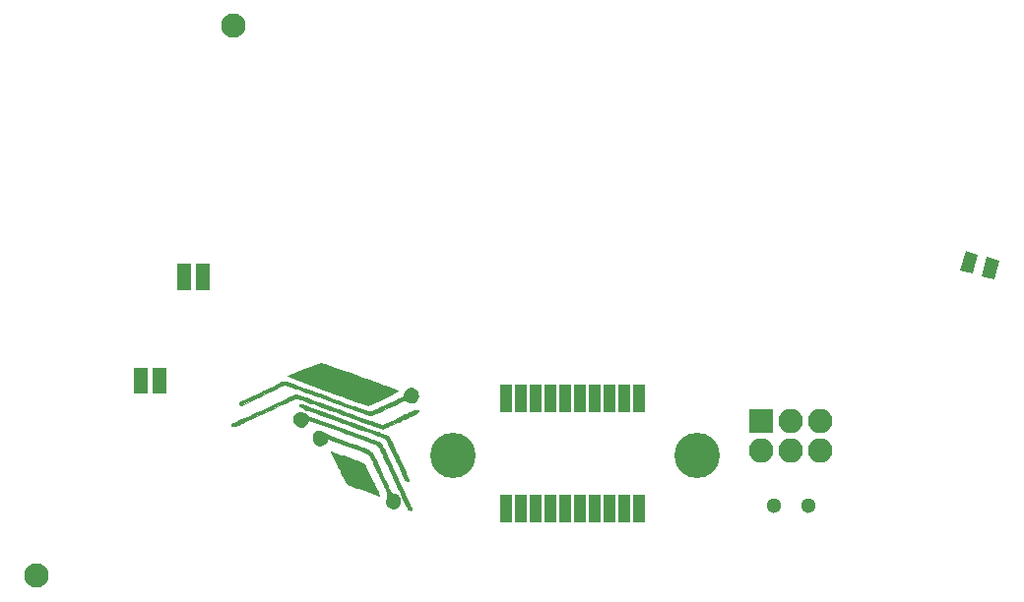
<source format=gts>
G04 #@! TF.GenerationSoftware,KiCad,Pcbnew,5.0.0-fee4fd1~66~ubuntu18.04.1*
G04 #@! TF.CreationDate,2018-09-07T22:29:42-07:00*
G04 #@! TF.ProjectId,trevor2,747265766F72322E6B696361645F7063,rev?*
G04 #@! TF.SameCoordinates,Original*
G04 #@! TF.FileFunction,Soldermask,Top*
G04 #@! TF.FilePolarity,Negative*
%FSLAX46Y46*%
G04 Gerber Fmt 4.6, Leading zero omitted, Abs format (unit mm)*
G04 Created by KiCad (PCBNEW 5.0.0-fee4fd1~66~ubuntu18.04.1) date Fri Sep  7 22:29:42 2018*
%MOMM*%
%LPD*%
G01*
G04 APERTURE LIST*
%ADD10C,0.010000*%
%ADD11R,1.300000X1.250000*%
%ADD12C,3.900000*%
%ADD13C,2.100000*%
%ADD14R,2.100000X2.100000*%
%ADD15O,2.100000X2.100000*%
%ADD16C,1.300000*%
%ADD17C,1.100000*%
%ADD18C,0.100000*%
%ADD19R,1.000000X2.350000*%
G04 APERTURE END LIST*
D10*
G04 #@! TO.C,G\002A\002A\002A*
G36*
X135157053Y-90494434D02*
X135190056Y-90480078D01*
X135254144Y-90453903D01*
X135346491Y-90417008D01*
X135464275Y-90370500D01*
X135604672Y-90315478D01*
X135764860Y-90253047D01*
X135942015Y-90184307D01*
X136133313Y-90110362D01*
X136335932Y-90032315D01*
X136547048Y-89951267D01*
X136596648Y-89932265D01*
X137933808Y-89420183D01*
X138040657Y-89445925D01*
X138108150Y-89464405D01*
X138207551Y-89494854D01*
X138336781Y-89536525D01*
X138493762Y-89588674D01*
X138676416Y-89650557D01*
X138882662Y-89721429D01*
X139110423Y-89800547D01*
X139357621Y-89887164D01*
X139622176Y-89980537D01*
X139902011Y-90079923D01*
X140195046Y-90184576D01*
X140499203Y-90293752D01*
X140812403Y-90406706D01*
X141132569Y-90522694D01*
X141457621Y-90640972D01*
X141785480Y-90760795D01*
X142114069Y-90881419D01*
X142441309Y-91002099D01*
X142765120Y-91122092D01*
X143083424Y-91240651D01*
X143394144Y-91357034D01*
X143695199Y-91470496D01*
X143721708Y-91480523D01*
X144533327Y-91787622D01*
X144462482Y-91839066D01*
X144399298Y-91882366D01*
X144323241Y-91929481D01*
X144231667Y-91981768D01*
X144121931Y-92040587D01*
X143991387Y-92107298D01*
X143837388Y-92183259D01*
X143657292Y-92269829D01*
X143448452Y-92368370D01*
X143274772Y-92449365D01*
X143110709Y-92525864D01*
X142950238Y-92601237D01*
X142797731Y-92673393D01*
X142657559Y-92740241D01*
X142534092Y-92799689D01*
X142431702Y-92849646D01*
X142354761Y-92888022D01*
X142317634Y-92907275D01*
X142198357Y-92966380D01*
X142097404Y-93003743D01*
X142005201Y-93020829D01*
X141912173Y-93019100D01*
X141808748Y-93000021D01*
X141772380Y-92990624D01*
X141740600Y-92980391D01*
X141676496Y-92958283D01*
X141581812Y-92924931D01*
X141458286Y-92880964D01*
X141307661Y-92827014D01*
X141131675Y-92763709D01*
X140932070Y-92691681D01*
X140710586Y-92611560D01*
X140468963Y-92523976D01*
X140208943Y-92429560D01*
X139932266Y-92328941D01*
X139640673Y-92222752D01*
X139335903Y-92111621D01*
X139019697Y-91996178D01*
X138693797Y-91877056D01*
X138359942Y-91754882D01*
X138340315Y-91747696D01*
X135054618Y-90544521D01*
X135157053Y-90494434D01*
X135157053Y-90494434D01*
G37*
X135157053Y-90494434D02*
X135190056Y-90480078D01*
X135254144Y-90453903D01*
X135346491Y-90417008D01*
X135464275Y-90370500D01*
X135604672Y-90315478D01*
X135764860Y-90253047D01*
X135942015Y-90184307D01*
X136133313Y-90110362D01*
X136335932Y-90032315D01*
X136547048Y-89951267D01*
X136596648Y-89932265D01*
X137933808Y-89420183D01*
X138040657Y-89445925D01*
X138108150Y-89464405D01*
X138207551Y-89494854D01*
X138336781Y-89536525D01*
X138493762Y-89588674D01*
X138676416Y-89650557D01*
X138882662Y-89721429D01*
X139110423Y-89800547D01*
X139357621Y-89887164D01*
X139622176Y-89980537D01*
X139902011Y-90079923D01*
X140195046Y-90184576D01*
X140499203Y-90293752D01*
X140812403Y-90406706D01*
X141132569Y-90522694D01*
X141457621Y-90640972D01*
X141785480Y-90760795D01*
X142114069Y-90881419D01*
X142441309Y-91002099D01*
X142765120Y-91122092D01*
X143083424Y-91240651D01*
X143394144Y-91357034D01*
X143695199Y-91470496D01*
X143721708Y-91480523D01*
X144533327Y-91787622D01*
X144462482Y-91839066D01*
X144399298Y-91882366D01*
X144323241Y-91929481D01*
X144231667Y-91981768D01*
X144121931Y-92040587D01*
X143991387Y-92107298D01*
X143837388Y-92183259D01*
X143657292Y-92269829D01*
X143448452Y-92368370D01*
X143274772Y-92449365D01*
X143110709Y-92525864D01*
X142950238Y-92601237D01*
X142797731Y-92673393D01*
X142657559Y-92740241D01*
X142534092Y-92799689D01*
X142431702Y-92849646D01*
X142354761Y-92888022D01*
X142317634Y-92907275D01*
X142198357Y-92966380D01*
X142097404Y-93003743D01*
X142005201Y-93020829D01*
X141912173Y-93019100D01*
X141808748Y-93000021D01*
X141772380Y-92990624D01*
X141740600Y-92980391D01*
X141676496Y-92958283D01*
X141581812Y-92924931D01*
X141458286Y-92880964D01*
X141307661Y-92827014D01*
X141131675Y-92763709D01*
X140932070Y-92691681D01*
X140710586Y-92611560D01*
X140468963Y-92523976D01*
X140208943Y-92429560D01*
X139932266Y-92328941D01*
X139640673Y-92222752D01*
X139335903Y-92111621D01*
X139019697Y-91996178D01*
X138693797Y-91877056D01*
X138359942Y-91754882D01*
X138340315Y-91747696D01*
X135054618Y-90544521D01*
X135157053Y-90494434D01*
G36*
X139688482Y-97335627D02*
X139883501Y-97405641D01*
X140089454Y-97480295D01*
X140299532Y-97557075D01*
X140506923Y-97633463D01*
X140704816Y-97706948D01*
X140886400Y-97775013D01*
X141044866Y-97835144D01*
X141129948Y-97867891D01*
X141705211Y-98090936D01*
X141752066Y-98253959D01*
X141795389Y-98383200D01*
X141858415Y-98539223D01*
X141939818Y-98719238D01*
X142038273Y-98920454D01*
X142152454Y-99140084D01*
X142281034Y-99375336D01*
X142306960Y-99421530D01*
X142437224Y-99655527D01*
X142549174Y-99863134D01*
X142644608Y-100048165D01*
X142725322Y-100214434D01*
X142793114Y-100365754D01*
X142849778Y-100505939D01*
X142897112Y-100638803D01*
X142929913Y-100743900D01*
X142955918Y-100832696D01*
X141661634Y-100371379D01*
X141411141Y-100282081D01*
X141192439Y-100203965D01*
X141003141Y-100136019D01*
X140840867Y-100077225D01*
X140703232Y-100026567D01*
X140587852Y-99983029D01*
X140492344Y-99945596D01*
X140414324Y-99913251D01*
X140351410Y-99884978D01*
X140301217Y-99859761D01*
X140261362Y-99836584D01*
X140229461Y-99814430D01*
X140203132Y-99792286D01*
X140179990Y-99769132D01*
X140157652Y-99743954D01*
X140139444Y-99722481D01*
X140113381Y-99684194D01*
X140075687Y-99618746D01*
X140029512Y-99532116D01*
X139978003Y-99430283D01*
X139924311Y-99319223D01*
X139902673Y-99273005D01*
X139837582Y-99135882D01*
X139762560Y-98983165D01*
X139683845Y-98827226D01*
X139607680Y-98680435D01*
X139543803Y-98561516D01*
X139490366Y-98460938D01*
X139425942Y-98334146D01*
X139353960Y-98188222D01*
X139277852Y-98030251D01*
X139201049Y-97867314D01*
X139126982Y-97706497D01*
X139090550Y-97625754D01*
X138822279Y-97026409D01*
X139688482Y-97335627D01*
X139688482Y-97335627D01*
G37*
X139688482Y-97335627D02*
X139883501Y-97405641D01*
X140089454Y-97480295D01*
X140299532Y-97557075D01*
X140506923Y-97633463D01*
X140704816Y-97706948D01*
X140886400Y-97775013D01*
X141044866Y-97835144D01*
X141129948Y-97867891D01*
X141705211Y-98090936D01*
X141752066Y-98253959D01*
X141795389Y-98383200D01*
X141858415Y-98539223D01*
X141939818Y-98719238D01*
X142038273Y-98920454D01*
X142152454Y-99140084D01*
X142281034Y-99375336D01*
X142306960Y-99421530D01*
X142437224Y-99655527D01*
X142549174Y-99863134D01*
X142644608Y-100048165D01*
X142725322Y-100214434D01*
X142793114Y-100365754D01*
X142849778Y-100505939D01*
X142897112Y-100638803D01*
X142929913Y-100743900D01*
X142955918Y-100832696D01*
X141661634Y-100371379D01*
X141411141Y-100282081D01*
X141192439Y-100203965D01*
X141003141Y-100136019D01*
X140840867Y-100077225D01*
X140703232Y-100026567D01*
X140587852Y-99983029D01*
X140492344Y-99945596D01*
X140414324Y-99913251D01*
X140351410Y-99884978D01*
X140301217Y-99859761D01*
X140261362Y-99836584D01*
X140229461Y-99814430D01*
X140203132Y-99792286D01*
X140179990Y-99769132D01*
X140157652Y-99743954D01*
X140139444Y-99722481D01*
X140113381Y-99684194D01*
X140075687Y-99618746D01*
X140029512Y-99532116D01*
X139978003Y-99430283D01*
X139924311Y-99319223D01*
X139902673Y-99273005D01*
X139837582Y-99135882D01*
X139762560Y-98983165D01*
X139683845Y-98827226D01*
X139607680Y-98680435D01*
X139543803Y-98561516D01*
X139490366Y-98460938D01*
X139425942Y-98334146D01*
X139353960Y-98188222D01*
X139277852Y-98030251D01*
X139201049Y-97867314D01*
X139126982Y-97706497D01*
X139090550Y-97625754D01*
X138822279Y-97026409D01*
X139688482Y-97335627D01*
G36*
X132593364Y-92021644D02*
X132827137Y-91910267D01*
X133054897Y-91801330D01*
X133274079Y-91696082D01*
X133482120Y-91595773D01*
X133676458Y-91501651D01*
X133854527Y-91414967D01*
X134013767Y-91336969D01*
X134151614Y-91268908D01*
X134265505Y-91212032D01*
X134352876Y-91167590D01*
X134411166Y-91136832D01*
X134427333Y-91127724D01*
X134547698Y-91061651D01*
X134644617Y-91018820D01*
X134721273Y-90997830D01*
X134722654Y-90997619D01*
X134747720Y-90994261D01*
X134773227Y-90992191D01*
X134800768Y-90991956D01*
X134831944Y-90994100D01*
X134868349Y-90999172D01*
X134911579Y-91007717D01*
X134963232Y-91020282D01*
X135024904Y-91037413D01*
X135098191Y-91059657D01*
X135184690Y-91087560D01*
X135285997Y-91121670D01*
X135403708Y-91162531D01*
X135539421Y-91210692D01*
X135694731Y-91266698D01*
X135871236Y-91331096D01*
X136070531Y-91404431D01*
X136294213Y-91487252D01*
X136543879Y-91580104D01*
X136821124Y-91683535D01*
X137127546Y-91798088D01*
X137464742Y-91924312D01*
X137834305Y-92062754D01*
X137834517Y-92062834D01*
X138260280Y-92222291D01*
X138653599Y-92369430D01*
X139015970Y-92504779D01*
X139348884Y-92628864D01*
X139653838Y-92742209D01*
X139932323Y-92845342D01*
X140185835Y-92938786D01*
X140415867Y-93023071D01*
X140623913Y-93098719D01*
X140811467Y-93166257D01*
X140980022Y-93226212D01*
X141131073Y-93279109D01*
X141266114Y-93325473D01*
X141386637Y-93365832D01*
X141494138Y-93400710D01*
X141590110Y-93430634D01*
X141676047Y-93456129D01*
X141753444Y-93477722D01*
X141823792Y-93495937D01*
X141888588Y-93511302D01*
X141949323Y-93524341D01*
X142007493Y-93535581D01*
X142029582Y-93539551D01*
X142078608Y-93548675D01*
X142121111Y-93556716D01*
X142159622Y-93562782D01*
X142196675Y-93565977D01*
X142234800Y-93565407D01*
X142276530Y-93560180D01*
X142324397Y-93549399D01*
X142380934Y-93532171D01*
X142448673Y-93507602D01*
X142530144Y-93474799D01*
X142627882Y-93432865D01*
X142744416Y-93380909D01*
X142882282Y-93318035D01*
X143044008Y-93243348D01*
X143232129Y-93155956D01*
X143449177Y-93054965D01*
X143598516Y-92985531D01*
X143802131Y-92890621D01*
X143997346Y-92799042D01*
X144181482Y-92712087D01*
X144351854Y-92631049D01*
X144505781Y-92557223D01*
X144640581Y-92491901D01*
X144753573Y-92436376D01*
X144842071Y-92391944D01*
X144903398Y-92359899D01*
X144934869Y-92341532D01*
X144936926Y-92339972D01*
X144990847Y-92289452D01*
X145028983Y-92236737D01*
X145056300Y-92171840D01*
X145077764Y-92084775D01*
X145086069Y-92040110D01*
X145113209Y-91921254D01*
X145151020Y-91829069D01*
X145205196Y-91754286D01*
X145281432Y-91687631D01*
X145318424Y-91661803D01*
X145448049Y-91593418D01*
X145583660Y-91554401D01*
X145718843Y-91545427D01*
X145847182Y-91567171D01*
X145923609Y-91597954D01*
X146035809Y-91674560D01*
X146133871Y-91779020D01*
X146213048Y-91904137D01*
X146268597Y-92042718D01*
X146292743Y-92157696D01*
X146294402Y-92267501D01*
X146275956Y-92382678D01*
X146240654Y-92490721D01*
X146191745Y-92579124D01*
X146179069Y-92595181D01*
X146074483Y-92690181D01*
X145943983Y-92760933D01*
X145789415Y-92806558D01*
X145709203Y-92819046D01*
X145590583Y-92819489D01*
X145483254Y-92789355D01*
X145394750Y-92738841D01*
X145290398Y-92676099D01*
X145197493Y-92642350D01*
X145109116Y-92635296D01*
X145089020Y-92637168D01*
X145041504Y-92646496D01*
X144979142Y-92665012D01*
X144899955Y-92693588D01*
X144801968Y-92733092D01*
X144683203Y-92784397D01*
X144541683Y-92848372D01*
X144375431Y-92925889D01*
X144182470Y-93017818D01*
X143960823Y-93125030D01*
X143773158Y-93216686D01*
X143531509Y-93335019D01*
X143320040Y-93438328D01*
X143136400Y-93527663D01*
X142978236Y-93604075D01*
X142843198Y-93668613D01*
X142728933Y-93722328D01*
X142633093Y-93766272D01*
X142553323Y-93801495D01*
X142487275Y-93829045D01*
X142432596Y-93849977D01*
X142386934Y-93865338D01*
X142347939Y-93876179D01*
X142313258Y-93883552D01*
X142280543Y-93888506D01*
X142265548Y-93890258D01*
X142128895Y-93905101D01*
X138669856Y-92639433D01*
X138219379Y-92474679D01*
X137802184Y-92322258D01*
X137417523Y-92181901D01*
X137064650Y-92053339D01*
X136742819Y-91936304D01*
X136451282Y-91830527D01*
X136189294Y-91735740D01*
X135956108Y-91651673D01*
X135750978Y-91578059D01*
X135573156Y-91514628D01*
X135421898Y-91461111D01*
X135296456Y-91417242D01*
X135196083Y-91382749D01*
X135120034Y-91357366D01*
X135067562Y-91340823D01*
X135041962Y-91333750D01*
X134885971Y-91307389D01*
X134745009Y-91307931D01*
X134608912Y-91336165D01*
X134505206Y-91375416D01*
X134471352Y-91391331D01*
X134407437Y-91422321D01*
X134315840Y-91467204D01*
X134198940Y-91524802D01*
X134059119Y-91593935D01*
X133898756Y-91673419D01*
X133720229Y-91762078D01*
X133525920Y-91858729D01*
X133318208Y-91962192D01*
X133099473Y-92071288D01*
X132872095Y-92184836D01*
X132728474Y-92256627D01*
X131078688Y-93081624D01*
X131023970Y-93049232D01*
X130960338Y-93009046D01*
X130924660Y-92976771D01*
X130912340Y-92944279D01*
X130918783Y-92903447D01*
X130927284Y-92878241D01*
X130955627Y-92800369D01*
X132593364Y-92021644D01*
X132593364Y-92021644D01*
G37*
X132593364Y-92021644D02*
X132827137Y-91910267D01*
X133054897Y-91801330D01*
X133274079Y-91696082D01*
X133482120Y-91595773D01*
X133676458Y-91501651D01*
X133854527Y-91414967D01*
X134013767Y-91336969D01*
X134151614Y-91268908D01*
X134265505Y-91212032D01*
X134352876Y-91167590D01*
X134411166Y-91136832D01*
X134427333Y-91127724D01*
X134547698Y-91061651D01*
X134644617Y-91018820D01*
X134721273Y-90997830D01*
X134722654Y-90997619D01*
X134747720Y-90994261D01*
X134773227Y-90992191D01*
X134800768Y-90991956D01*
X134831944Y-90994100D01*
X134868349Y-90999172D01*
X134911579Y-91007717D01*
X134963232Y-91020282D01*
X135024904Y-91037413D01*
X135098191Y-91059657D01*
X135184690Y-91087560D01*
X135285997Y-91121670D01*
X135403708Y-91162531D01*
X135539421Y-91210692D01*
X135694731Y-91266698D01*
X135871236Y-91331096D01*
X136070531Y-91404431D01*
X136294213Y-91487252D01*
X136543879Y-91580104D01*
X136821124Y-91683535D01*
X137127546Y-91798088D01*
X137464742Y-91924312D01*
X137834305Y-92062754D01*
X137834517Y-92062834D01*
X138260280Y-92222291D01*
X138653599Y-92369430D01*
X139015970Y-92504779D01*
X139348884Y-92628864D01*
X139653838Y-92742209D01*
X139932323Y-92845342D01*
X140185835Y-92938786D01*
X140415867Y-93023071D01*
X140623913Y-93098719D01*
X140811467Y-93166257D01*
X140980022Y-93226212D01*
X141131073Y-93279109D01*
X141266114Y-93325473D01*
X141386637Y-93365832D01*
X141494138Y-93400710D01*
X141590110Y-93430634D01*
X141676047Y-93456129D01*
X141753444Y-93477722D01*
X141823792Y-93495937D01*
X141888588Y-93511302D01*
X141949323Y-93524341D01*
X142007493Y-93535581D01*
X142029582Y-93539551D01*
X142078608Y-93548675D01*
X142121111Y-93556716D01*
X142159622Y-93562782D01*
X142196675Y-93565977D01*
X142234800Y-93565407D01*
X142276530Y-93560180D01*
X142324397Y-93549399D01*
X142380934Y-93532171D01*
X142448673Y-93507602D01*
X142530144Y-93474799D01*
X142627882Y-93432865D01*
X142744416Y-93380909D01*
X142882282Y-93318035D01*
X143044008Y-93243348D01*
X143232129Y-93155956D01*
X143449177Y-93054965D01*
X143598516Y-92985531D01*
X143802131Y-92890621D01*
X143997346Y-92799042D01*
X144181482Y-92712087D01*
X144351854Y-92631049D01*
X144505781Y-92557223D01*
X144640581Y-92491901D01*
X144753573Y-92436376D01*
X144842071Y-92391944D01*
X144903398Y-92359899D01*
X144934869Y-92341532D01*
X144936926Y-92339972D01*
X144990847Y-92289452D01*
X145028983Y-92236737D01*
X145056300Y-92171840D01*
X145077764Y-92084775D01*
X145086069Y-92040110D01*
X145113209Y-91921254D01*
X145151020Y-91829069D01*
X145205196Y-91754286D01*
X145281432Y-91687631D01*
X145318424Y-91661803D01*
X145448049Y-91593418D01*
X145583660Y-91554401D01*
X145718843Y-91545427D01*
X145847182Y-91567171D01*
X145923609Y-91597954D01*
X146035809Y-91674560D01*
X146133871Y-91779020D01*
X146213048Y-91904137D01*
X146268597Y-92042718D01*
X146292743Y-92157696D01*
X146294402Y-92267501D01*
X146275956Y-92382678D01*
X146240654Y-92490721D01*
X146191745Y-92579124D01*
X146179069Y-92595181D01*
X146074483Y-92690181D01*
X145943983Y-92760933D01*
X145789415Y-92806558D01*
X145709203Y-92819046D01*
X145590583Y-92819489D01*
X145483254Y-92789355D01*
X145394750Y-92738841D01*
X145290398Y-92676099D01*
X145197493Y-92642350D01*
X145109116Y-92635296D01*
X145089020Y-92637168D01*
X145041504Y-92646496D01*
X144979142Y-92665012D01*
X144899955Y-92693588D01*
X144801968Y-92733092D01*
X144683203Y-92784397D01*
X144541683Y-92848372D01*
X144375431Y-92925889D01*
X144182470Y-93017818D01*
X143960823Y-93125030D01*
X143773158Y-93216686D01*
X143531509Y-93335019D01*
X143320040Y-93438328D01*
X143136400Y-93527663D01*
X142978236Y-93604075D01*
X142843198Y-93668613D01*
X142728933Y-93722328D01*
X142633093Y-93766272D01*
X142553323Y-93801495D01*
X142487275Y-93829045D01*
X142432596Y-93849977D01*
X142386934Y-93865338D01*
X142347939Y-93876179D01*
X142313258Y-93883552D01*
X142280543Y-93888506D01*
X142265548Y-93890258D01*
X142128895Y-93905101D01*
X138669856Y-92639433D01*
X138219379Y-92474679D01*
X137802184Y-92322258D01*
X137417523Y-92181901D01*
X137064650Y-92053339D01*
X136742819Y-91936304D01*
X136451282Y-91830527D01*
X136189294Y-91735740D01*
X135956108Y-91651673D01*
X135750978Y-91578059D01*
X135573156Y-91514628D01*
X135421898Y-91461111D01*
X135296456Y-91417242D01*
X135196083Y-91382749D01*
X135120034Y-91357366D01*
X135067562Y-91340823D01*
X135041962Y-91333750D01*
X134885971Y-91307389D01*
X134745009Y-91307931D01*
X134608912Y-91336165D01*
X134505206Y-91375416D01*
X134471352Y-91391331D01*
X134407437Y-91422321D01*
X134315840Y-91467204D01*
X134198940Y-91524802D01*
X134059119Y-91593935D01*
X133898756Y-91673419D01*
X133720229Y-91762078D01*
X133525920Y-91858729D01*
X133318208Y-91962192D01*
X133099473Y-92071288D01*
X132872095Y-92184836D01*
X132728474Y-92256627D01*
X131078688Y-93081624D01*
X131023970Y-93049232D01*
X130960338Y-93009046D01*
X130924660Y-92976771D01*
X130912340Y-92944279D01*
X130918783Y-92903447D01*
X130927284Y-92878241D01*
X130955627Y-92800369D01*
X132593364Y-92021644D01*
G36*
X130281636Y-94658106D02*
X130299880Y-94631368D01*
X130328723Y-94610440D01*
X130376256Y-94589320D01*
X130444430Y-94564205D01*
X130522439Y-94534201D01*
X130631549Y-94489129D01*
X130770191Y-94429708D01*
X130936798Y-94356663D01*
X131129801Y-94270714D01*
X131347632Y-94172585D01*
X131588724Y-94062998D01*
X131851507Y-93942674D01*
X132134412Y-93812337D01*
X132435873Y-93672707D01*
X132754322Y-93524508D01*
X133088188Y-93368463D01*
X133435906Y-93205292D01*
X133795906Y-93035717D01*
X134166619Y-92860463D01*
X134546479Y-92680250D01*
X134881098Y-92520983D01*
X135101122Y-92416744D01*
X135291786Y-92327771D01*
X135452599Y-92254283D01*
X135583068Y-92196498D01*
X135682704Y-92154631D01*
X135751015Y-92128903D01*
X135786545Y-92119599D01*
X135796560Y-92119244D01*
X135809020Y-92120096D01*
X135825310Y-92122642D01*
X135846812Y-92127374D01*
X135874913Y-92134780D01*
X135910995Y-92145350D01*
X135956443Y-92159574D01*
X136012640Y-92177941D01*
X136080971Y-92200941D01*
X136162822Y-92229063D01*
X136259574Y-92262798D01*
X136372613Y-92302634D01*
X136503324Y-92349063D01*
X136653089Y-92402571D01*
X136823293Y-92463651D01*
X137015321Y-92532790D01*
X137230555Y-92610480D01*
X137470382Y-92697209D01*
X137736184Y-92793466D01*
X138029346Y-92899743D01*
X138351253Y-93016528D01*
X138703288Y-93144311D01*
X139086835Y-93283581D01*
X139447023Y-93414395D01*
X139858361Y-93563793D01*
X140236995Y-93701297D01*
X140584329Y-93827402D01*
X140901763Y-93942600D01*
X141190700Y-94047388D01*
X141452542Y-94142258D01*
X141688692Y-94227705D01*
X141900551Y-94304224D01*
X142089522Y-94372306D01*
X142257006Y-94432448D01*
X142404408Y-94485145D01*
X142533126Y-94530888D01*
X142644566Y-94570172D01*
X142740127Y-94603493D01*
X142821213Y-94631343D01*
X142889226Y-94654218D01*
X142945569Y-94672610D01*
X142991642Y-94687016D01*
X143028849Y-94697927D01*
X143058591Y-94705839D01*
X143082270Y-94711246D01*
X143101290Y-94714642D01*
X143117051Y-94716521D01*
X143130957Y-94717376D01*
X143144408Y-94717704D01*
X143145341Y-94717719D01*
X143193023Y-94718187D01*
X143236821Y-94717169D01*
X143279540Y-94713521D01*
X143323978Y-94706106D01*
X143372941Y-94693781D01*
X143429226Y-94675405D01*
X143495638Y-94649839D01*
X143574978Y-94615940D01*
X143670047Y-94572569D01*
X143783648Y-94518585D01*
X143918582Y-94452846D01*
X144077651Y-94374212D01*
X144263656Y-94281542D01*
X144470487Y-94178155D01*
X144716881Y-94055324D01*
X144933501Y-93948263D01*
X145122702Y-93855881D01*
X145286839Y-93777084D01*
X145428271Y-93710784D01*
X145549350Y-93655887D01*
X145652433Y-93611303D01*
X145739876Y-93575939D01*
X145814036Y-93548706D01*
X145864728Y-93532237D01*
X145977868Y-93502152D01*
X146085560Y-93481255D01*
X146179969Y-93470560D01*
X146253259Y-93471085D01*
X146285207Y-93477687D01*
X146308175Y-93491365D01*
X146312381Y-93513366D01*
X146296185Y-93549393D01*
X146257945Y-93605152D01*
X146242644Y-93625635D01*
X146143043Y-93728943D01*
X146009235Y-93820395D01*
X145841332Y-93899916D01*
X145827671Y-93905280D01*
X145782266Y-93924162D01*
X145707165Y-93956975D01*
X145605539Y-94002276D01*
X145480560Y-94058620D01*
X145335399Y-94124565D01*
X145173229Y-94198668D01*
X144997219Y-94279484D01*
X144810544Y-94365571D01*
X144616372Y-94455483D01*
X144503164Y-94508076D01*
X144273805Y-94614599D01*
X144074911Y-94706590D01*
X143904159Y-94785055D01*
X143759223Y-94850997D01*
X143637780Y-94905425D01*
X143537502Y-94949343D01*
X143456068Y-94983758D01*
X143391151Y-95009674D01*
X143340428Y-95028097D01*
X143301572Y-95040034D01*
X143272261Y-95046489D01*
X143254267Y-95048378D01*
X143242911Y-95048660D01*
X143230652Y-95048265D01*
X143216099Y-95046704D01*
X143197866Y-95043485D01*
X143174563Y-95038123D01*
X143144801Y-95030124D01*
X143107192Y-95019001D01*
X143060347Y-95004264D01*
X143002878Y-94985423D01*
X142933397Y-94961990D01*
X142850514Y-94933473D01*
X142752840Y-94899384D01*
X142638989Y-94859235D01*
X142507570Y-94812533D01*
X142357194Y-94758792D01*
X142186475Y-94697519D01*
X141994023Y-94628228D01*
X141778449Y-94550427D01*
X141538364Y-94463628D01*
X141272381Y-94367340D01*
X140979110Y-94261075D01*
X140657164Y-94144343D01*
X140305152Y-94016654D01*
X139921687Y-93877519D01*
X139543509Y-93740284D01*
X139128225Y-93589597D01*
X138745668Y-93450827D01*
X138394468Y-93323488D01*
X138073251Y-93207095D01*
X137780645Y-93101159D01*
X137515279Y-93005199D01*
X137275781Y-92918723D01*
X137060777Y-92841249D01*
X136868897Y-92772292D01*
X136698767Y-92711361D01*
X136549015Y-92657975D01*
X136418271Y-92611644D01*
X136305160Y-92571885D01*
X136208313Y-92538211D01*
X136126355Y-92510135D01*
X136057915Y-92487173D01*
X136001620Y-92468837D01*
X135956100Y-92454641D01*
X135919981Y-92444101D01*
X135891891Y-92436728D01*
X135870460Y-92432039D01*
X135854312Y-92429546D01*
X135842078Y-92428765D01*
X135840850Y-92428763D01*
X135824245Y-92430611D01*
X135800177Y-92436514D01*
X135767014Y-92447199D01*
X135723132Y-92463394D01*
X135666903Y-92485827D01*
X135596700Y-92515226D01*
X135510896Y-92552317D01*
X135407863Y-92597830D01*
X135285973Y-92652492D01*
X135143602Y-92717030D01*
X134979121Y-92792174D01*
X134790902Y-92878650D01*
X134577319Y-92977185D01*
X134336744Y-93088510D01*
X134067551Y-93213350D01*
X133768111Y-93352434D01*
X133572839Y-93443216D01*
X133299638Y-93570397D01*
X133030471Y-93695959D01*
X132767723Y-93818775D01*
X132513781Y-93937723D01*
X132271030Y-94051675D01*
X132041855Y-94159506D01*
X131828642Y-94260090D01*
X131633776Y-94352301D01*
X131459644Y-94435016D01*
X131308629Y-94507106D01*
X131183119Y-94567448D01*
X131085498Y-94614915D01*
X131018151Y-94648383D01*
X131012646Y-94651186D01*
X130864281Y-94725472D01*
X130742742Y-94782433D01*
X130643713Y-94823369D01*
X130562884Y-94849584D01*
X130495939Y-94862380D01*
X130438565Y-94863061D01*
X130386448Y-94852925D01*
X130366474Y-94846270D01*
X130299065Y-94818348D01*
X130262051Y-94791809D01*
X130250579Y-94759434D01*
X130259793Y-94714002D01*
X130265897Y-94696659D01*
X130281636Y-94658106D01*
X130281636Y-94658106D01*
G37*
X130281636Y-94658106D02*
X130299880Y-94631368D01*
X130328723Y-94610440D01*
X130376256Y-94589320D01*
X130444430Y-94564205D01*
X130522439Y-94534201D01*
X130631549Y-94489129D01*
X130770191Y-94429708D01*
X130936798Y-94356663D01*
X131129801Y-94270714D01*
X131347632Y-94172585D01*
X131588724Y-94062998D01*
X131851507Y-93942674D01*
X132134412Y-93812337D01*
X132435873Y-93672707D01*
X132754322Y-93524508D01*
X133088188Y-93368463D01*
X133435906Y-93205292D01*
X133795906Y-93035717D01*
X134166619Y-92860463D01*
X134546479Y-92680250D01*
X134881098Y-92520983D01*
X135101122Y-92416744D01*
X135291786Y-92327771D01*
X135452599Y-92254283D01*
X135583068Y-92196498D01*
X135682704Y-92154631D01*
X135751015Y-92128903D01*
X135786545Y-92119599D01*
X135796560Y-92119244D01*
X135809020Y-92120096D01*
X135825310Y-92122642D01*
X135846812Y-92127374D01*
X135874913Y-92134780D01*
X135910995Y-92145350D01*
X135956443Y-92159574D01*
X136012640Y-92177941D01*
X136080971Y-92200941D01*
X136162822Y-92229063D01*
X136259574Y-92262798D01*
X136372613Y-92302634D01*
X136503324Y-92349063D01*
X136653089Y-92402571D01*
X136823293Y-92463651D01*
X137015321Y-92532790D01*
X137230555Y-92610480D01*
X137470382Y-92697209D01*
X137736184Y-92793466D01*
X138029346Y-92899743D01*
X138351253Y-93016528D01*
X138703288Y-93144311D01*
X139086835Y-93283581D01*
X139447023Y-93414395D01*
X139858361Y-93563793D01*
X140236995Y-93701297D01*
X140584329Y-93827402D01*
X140901763Y-93942600D01*
X141190700Y-94047388D01*
X141452542Y-94142258D01*
X141688692Y-94227705D01*
X141900551Y-94304224D01*
X142089522Y-94372306D01*
X142257006Y-94432448D01*
X142404408Y-94485145D01*
X142533126Y-94530888D01*
X142644566Y-94570172D01*
X142740127Y-94603493D01*
X142821213Y-94631343D01*
X142889226Y-94654218D01*
X142945569Y-94672610D01*
X142991642Y-94687016D01*
X143028849Y-94697927D01*
X143058591Y-94705839D01*
X143082270Y-94711246D01*
X143101290Y-94714642D01*
X143117051Y-94716521D01*
X143130957Y-94717376D01*
X143144408Y-94717704D01*
X143145341Y-94717719D01*
X143193023Y-94718187D01*
X143236821Y-94717169D01*
X143279540Y-94713521D01*
X143323978Y-94706106D01*
X143372941Y-94693781D01*
X143429226Y-94675405D01*
X143495638Y-94649839D01*
X143574978Y-94615940D01*
X143670047Y-94572569D01*
X143783648Y-94518585D01*
X143918582Y-94452846D01*
X144077651Y-94374212D01*
X144263656Y-94281542D01*
X144470487Y-94178155D01*
X144716881Y-94055324D01*
X144933501Y-93948263D01*
X145122702Y-93855881D01*
X145286839Y-93777084D01*
X145428271Y-93710784D01*
X145549350Y-93655887D01*
X145652433Y-93611303D01*
X145739876Y-93575939D01*
X145814036Y-93548706D01*
X145864728Y-93532237D01*
X145977868Y-93502152D01*
X146085560Y-93481255D01*
X146179969Y-93470560D01*
X146253259Y-93471085D01*
X146285207Y-93477687D01*
X146308175Y-93491365D01*
X146312381Y-93513366D01*
X146296185Y-93549393D01*
X146257945Y-93605152D01*
X146242644Y-93625635D01*
X146143043Y-93728943D01*
X146009235Y-93820395D01*
X145841332Y-93899916D01*
X145827671Y-93905280D01*
X145782266Y-93924162D01*
X145707165Y-93956975D01*
X145605539Y-94002276D01*
X145480560Y-94058620D01*
X145335399Y-94124565D01*
X145173229Y-94198668D01*
X144997219Y-94279484D01*
X144810544Y-94365571D01*
X144616372Y-94455483D01*
X144503164Y-94508076D01*
X144273805Y-94614599D01*
X144074911Y-94706590D01*
X143904159Y-94785055D01*
X143759223Y-94850997D01*
X143637780Y-94905425D01*
X143537502Y-94949343D01*
X143456068Y-94983758D01*
X143391151Y-95009674D01*
X143340428Y-95028097D01*
X143301572Y-95040034D01*
X143272261Y-95046489D01*
X143254267Y-95048378D01*
X143242911Y-95048660D01*
X143230652Y-95048265D01*
X143216099Y-95046704D01*
X143197866Y-95043485D01*
X143174563Y-95038123D01*
X143144801Y-95030124D01*
X143107192Y-95019001D01*
X143060347Y-95004264D01*
X143002878Y-94985423D01*
X142933397Y-94961990D01*
X142850514Y-94933473D01*
X142752840Y-94899384D01*
X142638989Y-94859235D01*
X142507570Y-94812533D01*
X142357194Y-94758792D01*
X142186475Y-94697519D01*
X141994023Y-94628228D01*
X141778449Y-94550427D01*
X141538364Y-94463628D01*
X141272381Y-94367340D01*
X140979110Y-94261075D01*
X140657164Y-94144343D01*
X140305152Y-94016654D01*
X139921687Y-93877519D01*
X139543509Y-93740284D01*
X139128225Y-93589597D01*
X138745668Y-93450827D01*
X138394468Y-93323488D01*
X138073251Y-93207095D01*
X137780645Y-93101159D01*
X137515279Y-93005199D01*
X137275781Y-92918723D01*
X137060777Y-92841249D01*
X136868897Y-92772292D01*
X136698767Y-92711361D01*
X136549015Y-92657975D01*
X136418271Y-92611644D01*
X136305160Y-92571885D01*
X136208313Y-92538211D01*
X136126355Y-92510135D01*
X136057915Y-92487173D01*
X136001620Y-92468837D01*
X135956100Y-92454641D01*
X135919981Y-92444101D01*
X135891891Y-92436728D01*
X135870460Y-92432039D01*
X135854312Y-92429546D01*
X135842078Y-92428765D01*
X135840850Y-92428763D01*
X135824245Y-92430611D01*
X135800177Y-92436514D01*
X135767014Y-92447199D01*
X135723132Y-92463394D01*
X135666903Y-92485827D01*
X135596700Y-92515226D01*
X135510896Y-92552317D01*
X135407863Y-92597830D01*
X135285973Y-92652492D01*
X135143602Y-92717030D01*
X134979121Y-92792174D01*
X134790902Y-92878650D01*
X134577319Y-92977185D01*
X134336744Y-93088510D01*
X134067551Y-93213350D01*
X133768111Y-93352434D01*
X133572839Y-93443216D01*
X133299638Y-93570397D01*
X133030471Y-93695959D01*
X132767723Y-93818775D01*
X132513781Y-93937723D01*
X132271030Y-94051675D01*
X132041855Y-94159506D01*
X131828642Y-94260090D01*
X131633776Y-94352301D01*
X131459644Y-94435016D01*
X131308629Y-94507106D01*
X131183119Y-94567448D01*
X131085498Y-94614915D01*
X131018151Y-94648383D01*
X131012646Y-94651186D01*
X130864281Y-94725472D01*
X130742742Y-94782433D01*
X130643713Y-94823369D01*
X130562884Y-94849584D01*
X130495939Y-94862380D01*
X130438565Y-94863061D01*
X130386448Y-94852925D01*
X130366474Y-94846270D01*
X130299065Y-94818348D01*
X130262051Y-94791809D01*
X130250579Y-94759434D01*
X130259793Y-94714002D01*
X130265897Y-94696659D01*
X130281636Y-94658106D01*
G36*
X137369861Y-95452468D02*
X137450424Y-95351789D01*
X137545921Y-95279613D01*
X137653892Y-95238812D01*
X137686463Y-95233349D01*
X137732682Y-95229051D01*
X137773956Y-95230129D01*
X137819174Y-95238434D01*
X137877225Y-95255819D01*
X137956995Y-95284137D01*
X137991547Y-95296919D01*
X138085980Y-95333204D01*
X138157764Y-95364784D01*
X138218770Y-95398134D01*
X138280868Y-95439731D01*
X138354279Y-95494776D01*
X138512647Y-95616646D01*
X139421970Y-95955806D01*
X139617675Y-96028282D01*
X139821936Y-96102983D01*
X140028617Y-96177725D01*
X140231583Y-96250326D01*
X140424697Y-96318602D01*
X140601826Y-96380369D01*
X140756830Y-96433444D01*
X140874908Y-96472814D01*
X141151531Y-96565544D01*
X141394933Y-96652050D01*
X141607447Y-96733369D01*
X141791405Y-96810533D01*
X141949140Y-96884582D01*
X142082983Y-96956548D01*
X142195266Y-97027467D01*
X142288322Y-97098375D01*
X142293225Y-97102548D01*
X142323324Y-97130965D01*
X142353856Y-97165960D01*
X142386120Y-97210065D01*
X142421412Y-97265812D01*
X142461027Y-97335734D01*
X142506264Y-97422364D01*
X142558420Y-97528231D01*
X142618790Y-97655872D01*
X142688672Y-97807815D01*
X142769362Y-97986594D01*
X142862157Y-98194741D01*
X142923511Y-98333257D01*
X143068351Y-98660199D01*
X143199733Y-98955316D01*
X143318411Y-99220166D01*
X143425142Y-99456310D01*
X143520677Y-99665308D01*
X143605772Y-99848722D01*
X143681182Y-100008111D01*
X143747660Y-100145035D01*
X143805961Y-100261056D01*
X143856839Y-100357732D01*
X143901048Y-100436625D01*
X143939343Y-100499295D01*
X143972478Y-100547302D01*
X144001208Y-100582207D01*
X144019205Y-100599771D01*
X144058334Y-100631194D01*
X144092870Y-100648894D01*
X144137216Y-100658153D01*
X144192319Y-100663251D01*
X144330079Y-100684821D01*
X144444690Y-100728754D01*
X144543888Y-100798366D01*
X144573728Y-100826695D01*
X144672181Y-100947114D01*
X144738379Y-101075413D01*
X144769070Y-101197591D01*
X144768648Y-101289078D01*
X144749967Y-101395919D01*
X144716870Y-101504692D01*
X144673197Y-101601971D01*
X144637583Y-101657078D01*
X144527154Y-101770793D01*
X144398931Y-101853004D01*
X144253735Y-101903228D01*
X144199079Y-101913157D01*
X144153979Y-101917132D01*
X144109519Y-101913899D01*
X144056055Y-101901532D01*
X143983948Y-101878109D01*
X143934085Y-101860267D01*
X143849752Y-101828527D01*
X143789985Y-101802250D01*
X143744822Y-101775737D01*
X143704305Y-101743284D01*
X143666262Y-101706955D01*
X143589388Y-101614233D01*
X143537704Y-101516396D01*
X143514603Y-101420864D01*
X143514886Y-101375736D01*
X143523105Y-101331552D01*
X143540226Y-101262059D01*
X143563834Y-101176421D01*
X143591506Y-101083802D01*
X143594509Y-101074174D01*
X143626380Y-100969782D01*
X143646889Y-100889576D01*
X143656031Y-100823278D01*
X143653803Y-100760613D01*
X143640200Y-100691303D01*
X143615218Y-100605072D01*
X143594299Y-100539491D01*
X143554566Y-100424070D01*
X143503933Y-100290833D01*
X143441546Y-100137851D01*
X143366556Y-99963194D01*
X143278112Y-99764933D01*
X143175362Y-99541139D01*
X143057456Y-99289882D01*
X142923542Y-99009232D01*
X142874208Y-98906760D01*
X142789402Y-98730585D01*
X142703564Y-98551569D01*
X142619171Y-98374920D01*
X142538697Y-98205845D01*
X142464617Y-98049551D01*
X142399403Y-97911245D01*
X142345532Y-97796134D01*
X142311715Y-97723051D01*
X142249110Y-97588552D01*
X142196957Y-97482608D01*
X142151666Y-97400314D01*
X142109646Y-97336766D01*
X142067308Y-97287060D01*
X142021057Y-97246293D01*
X141967308Y-97209559D01*
X141912123Y-97177332D01*
X141874287Y-97159688D01*
X141802767Y-97130173D01*
X141698101Y-97088989D01*
X141560824Y-97036337D01*
X141391472Y-96972418D01*
X141190582Y-96897433D01*
X140958689Y-96811585D01*
X140696327Y-96715073D01*
X140404036Y-96608100D01*
X140158532Y-96518589D01*
X138509115Y-95918105D01*
X138485550Y-95981930D01*
X138422955Y-96111533D01*
X138336117Y-96234964D01*
X138232753Y-96343356D01*
X138120583Y-96427837D01*
X138076181Y-96452356D01*
X137980529Y-96493461D01*
X137897067Y-96512783D01*
X137813691Y-96510800D01*
X137718303Y-96487993D01*
X137661895Y-96468775D01*
X137582436Y-96438306D01*
X137526438Y-96411369D01*
X137482559Y-96381227D01*
X137439459Y-96341145D01*
X137429169Y-96330547D01*
X137334296Y-96208261D01*
X137273794Y-96074581D01*
X137247572Y-95929176D01*
X137255536Y-95771711D01*
X137263386Y-95727823D01*
X137306695Y-95578771D01*
X137369861Y-95452468D01*
X137369861Y-95452468D01*
G37*
X137369861Y-95452468D02*
X137450424Y-95351789D01*
X137545921Y-95279613D01*
X137653892Y-95238812D01*
X137686463Y-95233349D01*
X137732682Y-95229051D01*
X137773956Y-95230129D01*
X137819174Y-95238434D01*
X137877225Y-95255819D01*
X137956995Y-95284137D01*
X137991547Y-95296919D01*
X138085980Y-95333204D01*
X138157764Y-95364784D01*
X138218770Y-95398134D01*
X138280868Y-95439731D01*
X138354279Y-95494776D01*
X138512647Y-95616646D01*
X139421970Y-95955806D01*
X139617675Y-96028282D01*
X139821936Y-96102983D01*
X140028617Y-96177725D01*
X140231583Y-96250326D01*
X140424697Y-96318602D01*
X140601826Y-96380369D01*
X140756830Y-96433444D01*
X140874908Y-96472814D01*
X141151531Y-96565544D01*
X141394933Y-96652050D01*
X141607447Y-96733369D01*
X141791405Y-96810533D01*
X141949140Y-96884582D01*
X142082983Y-96956548D01*
X142195266Y-97027467D01*
X142288322Y-97098375D01*
X142293225Y-97102548D01*
X142323324Y-97130965D01*
X142353856Y-97165960D01*
X142386120Y-97210065D01*
X142421412Y-97265812D01*
X142461027Y-97335734D01*
X142506264Y-97422364D01*
X142558420Y-97528231D01*
X142618790Y-97655872D01*
X142688672Y-97807815D01*
X142769362Y-97986594D01*
X142862157Y-98194741D01*
X142923511Y-98333257D01*
X143068351Y-98660199D01*
X143199733Y-98955316D01*
X143318411Y-99220166D01*
X143425142Y-99456310D01*
X143520677Y-99665308D01*
X143605772Y-99848722D01*
X143681182Y-100008111D01*
X143747660Y-100145035D01*
X143805961Y-100261056D01*
X143856839Y-100357732D01*
X143901048Y-100436625D01*
X143939343Y-100499295D01*
X143972478Y-100547302D01*
X144001208Y-100582207D01*
X144019205Y-100599771D01*
X144058334Y-100631194D01*
X144092870Y-100648894D01*
X144137216Y-100658153D01*
X144192319Y-100663251D01*
X144330079Y-100684821D01*
X144444690Y-100728754D01*
X144543888Y-100798366D01*
X144573728Y-100826695D01*
X144672181Y-100947114D01*
X144738379Y-101075413D01*
X144769070Y-101197591D01*
X144768648Y-101289078D01*
X144749967Y-101395919D01*
X144716870Y-101504692D01*
X144673197Y-101601971D01*
X144637583Y-101657078D01*
X144527154Y-101770793D01*
X144398931Y-101853004D01*
X144253735Y-101903228D01*
X144199079Y-101913157D01*
X144153979Y-101917132D01*
X144109519Y-101913899D01*
X144056055Y-101901532D01*
X143983948Y-101878109D01*
X143934085Y-101860267D01*
X143849752Y-101828527D01*
X143789985Y-101802250D01*
X143744822Y-101775737D01*
X143704305Y-101743284D01*
X143666262Y-101706955D01*
X143589388Y-101614233D01*
X143537704Y-101516396D01*
X143514603Y-101420864D01*
X143514886Y-101375736D01*
X143523105Y-101331552D01*
X143540226Y-101262059D01*
X143563834Y-101176421D01*
X143591506Y-101083802D01*
X143594509Y-101074174D01*
X143626380Y-100969782D01*
X143646889Y-100889576D01*
X143656031Y-100823278D01*
X143653803Y-100760613D01*
X143640200Y-100691303D01*
X143615218Y-100605072D01*
X143594299Y-100539491D01*
X143554566Y-100424070D01*
X143503933Y-100290833D01*
X143441546Y-100137851D01*
X143366556Y-99963194D01*
X143278112Y-99764933D01*
X143175362Y-99541139D01*
X143057456Y-99289882D01*
X142923542Y-99009232D01*
X142874208Y-98906760D01*
X142789402Y-98730585D01*
X142703564Y-98551569D01*
X142619171Y-98374920D01*
X142538697Y-98205845D01*
X142464617Y-98049551D01*
X142399403Y-97911245D01*
X142345532Y-97796134D01*
X142311715Y-97723051D01*
X142249110Y-97588552D01*
X142196957Y-97482608D01*
X142151666Y-97400314D01*
X142109646Y-97336766D01*
X142067308Y-97287060D01*
X142021057Y-97246293D01*
X141967308Y-97209559D01*
X141912123Y-97177332D01*
X141874287Y-97159688D01*
X141802767Y-97130173D01*
X141698101Y-97088989D01*
X141560824Y-97036337D01*
X141391472Y-96972418D01*
X141190582Y-96897433D01*
X140958689Y-96811585D01*
X140696327Y-96715073D01*
X140404036Y-96608100D01*
X140158532Y-96518589D01*
X138509115Y-95918105D01*
X138485550Y-95981930D01*
X138422955Y-96111533D01*
X138336117Y-96234964D01*
X138232753Y-96343356D01*
X138120583Y-96427837D01*
X138076181Y-96452356D01*
X137980529Y-96493461D01*
X137897067Y-96512783D01*
X137813691Y-96510800D01*
X137718303Y-96487993D01*
X137661895Y-96468775D01*
X137582436Y-96438306D01*
X137526438Y-96411369D01*
X137482559Y-96381227D01*
X137439459Y-96341145D01*
X137429169Y-96330547D01*
X137334296Y-96208261D01*
X137273794Y-96074581D01*
X137247572Y-95929176D01*
X137255536Y-95771711D01*
X137263386Y-95727823D01*
X137306695Y-95578771D01*
X137369861Y-95452468D01*
G36*
X136104639Y-92990054D02*
X136114960Y-92981522D01*
X136159121Y-92954422D01*
X136199459Y-92943743D01*
X136203008Y-92943948D01*
X136223368Y-92950488D01*
X136276241Y-92968932D01*
X136360066Y-92998714D01*
X136473281Y-93039267D01*
X136614325Y-93090022D01*
X136781634Y-93150415D01*
X136973648Y-93219877D01*
X137188804Y-93297844D01*
X137425541Y-93383746D01*
X137682297Y-93477019D01*
X137957509Y-93577095D01*
X138249618Y-93683406D01*
X138557059Y-93795386D01*
X138878273Y-93912471D01*
X139211695Y-94034090D01*
X139555765Y-94159679D01*
X139908922Y-94288668D01*
X139972240Y-94311804D01*
X140392271Y-94465293D01*
X140779568Y-94606839D01*
X141135477Y-94736945D01*
X141461347Y-94856119D01*
X141758524Y-94964867D01*
X142028358Y-95063696D01*
X142272194Y-95153111D01*
X142491381Y-95233618D01*
X142687267Y-95305724D01*
X142861199Y-95369935D01*
X143014526Y-95426757D01*
X143148594Y-95476697D01*
X143264750Y-95520260D01*
X143364345Y-95557954D01*
X143448723Y-95590282D01*
X143519234Y-95617752D01*
X143577225Y-95640872D01*
X143624044Y-95660146D01*
X143661038Y-95676080D01*
X143689555Y-95689181D01*
X143710942Y-95699956D01*
X143726548Y-95708908D01*
X143737719Y-95716548D01*
X143745805Y-95723378D01*
X143752152Y-95729907D01*
X143754364Y-95732386D01*
X143768801Y-95756346D01*
X143797477Y-95810964D01*
X143839316Y-95894005D01*
X143893239Y-96003231D01*
X143958170Y-96136406D01*
X144033032Y-96291294D01*
X144116746Y-96465660D01*
X144208236Y-96657266D01*
X144306424Y-96863877D01*
X144410232Y-97083256D01*
X144518584Y-97313167D01*
X144619295Y-97527672D01*
X144752440Y-97811824D01*
X144870984Y-98065111D01*
X144975742Y-98289511D01*
X145067530Y-98487009D01*
X145147165Y-98659584D01*
X145215462Y-98809218D01*
X145273234Y-98937893D01*
X145321301Y-99047589D01*
X145360475Y-99140289D01*
X145391574Y-99217973D01*
X145415413Y-99282623D01*
X145432808Y-99336220D01*
X145444574Y-99380746D01*
X145451527Y-99418182D01*
X145454483Y-99450510D01*
X145454256Y-99479710D01*
X145451663Y-99507764D01*
X145447521Y-99536654D01*
X145447196Y-99538748D01*
X145435487Y-99581608D01*
X145414543Y-99597517D01*
X145405405Y-99598416D01*
X145358990Y-99587778D01*
X145299669Y-99559739D01*
X145240770Y-99521964D01*
X145195626Y-99482120D01*
X145188958Y-99473963D01*
X145174729Y-99448476D01*
X145147313Y-99393275D01*
X145108304Y-99311785D01*
X145059300Y-99207428D01*
X145001897Y-99083629D01*
X144937690Y-98943812D01*
X144868276Y-98791400D01*
X144795252Y-98629817D01*
X144790600Y-98619485D01*
X144706741Y-98433974D01*
X144610834Y-98223260D01*
X144506369Y-97994929D01*
X144396841Y-97756567D01*
X144285739Y-97515760D01*
X144176556Y-97280095D01*
X144072784Y-97057157D01*
X143993635Y-96888011D01*
X143896286Y-96681094D01*
X143812773Y-96504847D01*
X143741897Y-96356910D01*
X143682464Y-96234931D01*
X143633274Y-96136550D01*
X143593131Y-96059412D01*
X143560838Y-96001160D01*
X143535197Y-95959438D01*
X143515012Y-95931890D01*
X143500379Y-95917155D01*
X143487190Y-95908987D01*
X143463083Y-95897114D01*
X143426682Y-95881021D01*
X143376611Y-95860192D01*
X143311493Y-95834113D01*
X143229956Y-95802268D01*
X143130622Y-95764144D01*
X143012116Y-95719223D01*
X142873064Y-95666993D01*
X142712089Y-95606936D01*
X142527817Y-95538539D01*
X142318870Y-95461288D01*
X142083876Y-95374666D01*
X141821458Y-95278159D01*
X141530240Y-95171250D01*
X141208848Y-95053427D01*
X140855905Y-94924173D01*
X140526857Y-94803760D01*
X140206050Y-94686495D01*
X139889492Y-94570975D01*
X139579322Y-94457971D01*
X139277684Y-94348258D01*
X138986718Y-94242607D01*
X138708569Y-94141794D01*
X138445376Y-94046590D01*
X138199281Y-93957769D01*
X137972429Y-93876104D01*
X137766958Y-93802368D01*
X137585012Y-93737335D01*
X137428734Y-93681777D01*
X137300264Y-93636467D01*
X137201743Y-93602179D01*
X137139408Y-93581036D01*
X136910653Y-93503781D01*
X136714931Y-93434137D01*
X136550039Y-93371050D01*
X136413774Y-93313462D01*
X136303935Y-93260316D01*
X136218319Y-93210555D01*
X136154724Y-93163123D01*
X136110948Y-93116963D01*
X136086839Y-93076022D01*
X136073480Y-93039694D01*
X136077834Y-93016342D01*
X136104639Y-92990054D01*
X136104639Y-92990054D01*
G37*
X136104639Y-92990054D02*
X136114960Y-92981522D01*
X136159121Y-92954422D01*
X136199459Y-92943743D01*
X136203008Y-92943948D01*
X136223368Y-92950488D01*
X136276241Y-92968932D01*
X136360066Y-92998714D01*
X136473281Y-93039267D01*
X136614325Y-93090022D01*
X136781634Y-93150415D01*
X136973648Y-93219877D01*
X137188804Y-93297844D01*
X137425541Y-93383746D01*
X137682297Y-93477019D01*
X137957509Y-93577095D01*
X138249618Y-93683406D01*
X138557059Y-93795386D01*
X138878273Y-93912471D01*
X139211695Y-94034090D01*
X139555765Y-94159679D01*
X139908922Y-94288668D01*
X139972240Y-94311804D01*
X140392271Y-94465293D01*
X140779568Y-94606839D01*
X141135477Y-94736945D01*
X141461347Y-94856119D01*
X141758524Y-94964867D01*
X142028358Y-95063696D01*
X142272194Y-95153111D01*
X142491381Y-95233618D01*
X142687267Y-95305724D01*
X142861199Y-95369935D01*
X143014526Y-95426757D01*
X143148594Y-95476697D01*
X143264750Y-95520260D01*
X143364345Y-95557954D01*
X143448723Y-95590282D01*
X143519234Y-95617752D01*
X143577225Y-95640872D01*
X143624044Y-95660146D01*
X143661038Y-95676080D01*
X143689555Y-95689181D01*
X143710942Y-95699956D01*
X143726548Y-95708908D01*
X143737719Y-95716548D01*
X143745805Y-95723378D01*
X143752152Y-95729907D01*
X143754364Y-95732386D01*
X143768801Y-95756346D01*
X143797477Y-95810964D01*
X143839316Y-95894005D01*
X143893239Y-96003231D01*
X143958170Y-96136406D01*
X144033032Y-96291294D01*
X144116746Y-96465660D01*
X144208236Y-96657266D01*
X144306424Y-96863877D01*
X144410232Y-97083256D01*
X144518584Y-97313167D01*
X144619295Y-97527672D01*
X144752440Y-97811824D01*
X144870984Y-98065111D01*
X144975742Y-98289511D01*
X145067530Y-98487009D01*
X145147165Y-98659584D01*
X145215462Y-98809218D01*
X145273234Y-98937893D01*
X145321301Y-99047589D01*
X145360475Y-99140289D01*
X145391574Y-99217973D01*
X145415413Y-99282623D01*
X145432808Y-99336220D01*
X145444574Y-99380746D01*
X145451527Y-99418182D01*
X145454483Y-99450510D01*
X145454256Y-99479710D01*
X145451663Y-99507764D01*
X145447521Y-99536654D01*
X145447196Y-99538748D01*
X145435487Y-99581608D01*
X145414543Y-99597517D01*
X145405405Y-99598416D01*
X145358990Y-99587778D01*
X145299669Y-99559739D01*
X145240770Y-99521964D01*
X145195626Y-99482120D01*
X145188958Y-99473963D01*
X145174729Y-99448476D01*
X145147313Y-99393275D01*
X145108304Y-99311785D01*
X145059300Y-99207428D01*
X145001897Y-99083629D01*
X144937690Y-98943812D01*
X144868276Y-98791400D01*
X144795252Y-98629817D01*
X144790600Y-98619485D01*
X144706741Y-98433974D01*
X144610834Y-98223260D01*
X144506369Y-97994929D01*
X144396841Y-97756567D01*
X144285739Y-97515760D01*
X144176556Y-97280095D01*
X144072784Y-97057157D01*
X143993635Y-96888011D01*
X143896286Y-96681094D01*
X143812773Y-96504847D01*
X143741897Y-96356910D01*
X143682464Y-96234931D01*
X143633274Y-96136550D01*
X143593131Y-96059412D01*
X143560838Y-96001160D01*
X143535197Y-95959438D01*
X143515012Y-95931890D01*
X143500379Y-95917155D01*
X143487190Y-95908987D01*
X143463083Y-95897114D01*
X143426682Y-95881021D01*
X143376611Y-95860192D01*
X143311493Y-95834113D01*
X143229956Y-95802268D01*
X143130622Y-95764144D01*
X143012116Y-95719223D01*
X142873064Y-95666993D01*
X142712089Y-95606936D01*
X142527817Y-95538539D01*
X142318870Y-95461288D01*
X142083876Y-95374666D01*
X141821458Y-95278159D01*
X141530240Y-95171250D01*
X141208848Y-95053427D01*
X140855905Y-94924173D01*
X140526857Y-94803760D01*
X140206050Y-94686495D01*
X139889492Y-94570975D01*
X139579322Y-94457971D01*
X139277684Y-94348258D01*
X138986718Y-94242607D01*
X138708569Y-94141794D01*
X138445376Y-94046590D01*
X138199281Y-93957769D01*
X137972429Y-93876104D01*
X137766958Y-93802368D01*
X137585012Y-93737335D01*
X137428734Y-93681777D01*
X137300264Y-93636467D01*
X137201743Y-93602179D01*
X137139408Y-93581036D01*
X136910653Y-93503781D01*
X136714931Y-93434137D01*
X136550039Y-93371050D01*
X136413774Y-93313462D01*
X136303935Y-93260316D01*
X136218319Y-93210555D01*
X136154724Y-93163123D01*
X136110948Y-93116963D01*
X136086839Y-93076022D01*
X136073480Y-93039694D01*
X136077834Y-93016342D01*
X136104639Y-92990054D01*
G36*
X135689386Y-93916935D02*
X135782704Y-93801023D01*
X135789170Y-93794637D01*
X135901223Y-93708516D01*
X136026427Y-93656173D01*
X136165767Y-93637202D01*
X136170680Y-93637139D01*
X136291502Y-93651487D01*
X136420781Y-93694085D01*
X136549818Y-93761209D01*
X136669914Y-93849136D01*
X136673773Y-93852479D01*
X136783717Y-93948259D01*
X139874924Y-95083115D01*
X140261471Y-95224995D01*
X140615451Y-95354892D01*
X140938335Y-95473398D01*
X141231592Y-95581108D01*
X141496693Y-95678613D01*
X141735106Y-95766504D01*
X141948304Y-95845376D01*
X142137755Y-95915820D01*
X142304930Y-95978429D01*
X142451298Y-96033796D01*
X142578331Y-96082514D01*
X142687499Y-96125174D01*
X142780270Y-96162369D01*
X142858116Y-96194692D01*
X142922506Y-96222736D01*
X142974910Y-96247092D01*
X143016801Y-96268354D01*
X143049645Y-96287115D01*
X143074914Y-96303965D01*
X143094078Y-96319499D01*
X143108607Y-96334307D01*
X143119972Y-96348985D01*
X143129642Y-96364124D01*
X143139087Y-96380314D01*
X143149778Y-96398153D01*
X143154023Y-96404797D01*
X143166818Y-96429142D01*
X143193974Y-96484614D01*
X143234641Y-96569400D01*
X143287969Y-96681684D01*
X143353108Y-96819650D01*
X143429210Y-96981482D01*
X143515423Y-97165365D01*
X143610900Y-97369484D01*
X143714789Y-97592023D01*
X143826242Y-97831168D01*
X143944410Y-98085100D01*
X144068442Y-98352006D01*
X144197488Y-98630070D01*
X144330699Y-98917476D01*
X144411379Y-99091720D01*
X144546842Y-99384233D01*
X144678740Y-99668740D01*
X144806213Y-99943407D01*
X144928406Y-100206398D01*
X145044460Y-100455874D01*
X145153515Y-100690000D01*
X145254717Y-100906940D01*
X145347206Y-101104857D01*
X145430123Y-101281916D01*
X145502613Y-101436278D01*
X145563816Y-101566107D01*
X145612876Y-101669569D01*
X145648933Y-101744827D01*
X145671131Y-101790042D01*
X145677313Y-101801774D01*
X145707702Y-101857072D01*
X145720590Y-101896466D01*
X145717979Y-101934650D01*
X145702290Y-101985122D01*
X145681898Y-102037386D01*
X145663840Y-102062878D01*
X145640974Y-102069851D01*
X145629422Y-102069352D01*
X145556460Y-102053769D01*
X145484898Y-102023941D01*
X145444549Y-101997233D01*
X145433218Y-101977751D01*
X145407708Y-101927503D01*
X145369036Y-101848672D01*
X145318219Y-101743443D01*
X145256276Y-101613997D01*
X145184223Y-101462520D01*
X145103079Y-101291195D01*
X145013862Y-101102204D01*
X144917587Y-100897733D01*
X144815276Y-100679963D01*
X144707942Y-100451081D01*
X144596606Y-100213268D01*
X144482284Y-99968706D01*
X144365995Y-99719583D01*
X144248755Y-99468080D01*
X144131582Y-99216380D01*
X144015494Y-98966670D01*
X143901510Y-98721129D01*
X143790645Y-98481943D01*
X143683919Y-98251295D01*
X143582348Y-98031369D01*
X143486950Y-97824350D01*
X143398744Y-97632419D01*
X143318746Y-97457759D01*
X143247974Y-97302557D01*
X143187447Y-97168995D01*
X143138181Y-97059256D01*
X143101193Y-96975523D01*
X143077503Y-96919982D01*
X143072451Y-96907373D01*
X143015332Y-96772454D01*
X142956829Y-96665727D01*
X142890080Y-96579808D01*
X142808229Y-96507310D01*
X142704415Y-96440849D01*
X142579708Y-96376819D01*
X142541463Y-96360512D01*
X142470463Y-96332403D01*
X142368085Y-96293001D01*
X142235707Y-96242819D01*
X142074707Y-96182366D01*
X141886462Y-96112152D01*
X141672350Y-96032688D01*
X141433749Y-95944485D01*
X141172035Y-95848053D01*
X140888587Y-95743901D01*
X140584783Y-95632541D01*
X140262000Y-95514484D01*
X139921614Y-95390239D01*
X139649914Y-95291230D01*
X136884246Y-94284111D01*
X136862912Y-94319787D01*
X136845428Y-94351477D01*
X136816699Y-94406080D01*
X136781714Y-94474055D01*
X136765197Y-94506588D01*
X136684651Y-94647655D01*
X136601109Y-94754776D01*
X136510916Y-94830286D01*
X136410411Y-94876521D01*
X136295937Y-94895813D01*
X136163836Y-94890497D01*
X136163634Y-94890474D01*
X136041282Y-94863394D01*
X135919305Y-94814269D01*
X135810534Y-94749166D01*
X135743930Y-94692048D01*
X135660321Y-94580535D01*
X135606885Y-94454711D01*
X135583347Y-94320010D01*
X135589433Y-94181859D01*
X135624872Y-94045690D01*
X135689386Y-93916935D01*
X135689386Y-93916935D01*
G37*
X135689386Y-93916935D02*
X135782704Y-93801023D01*
X135789170Y-93794637D01*
X135901223Y-93708516D01*
X136026427Y-93656173D01*
X136165767Y-93637202D01*
X136170680Y-93637139D01*
X136291502Y-93651487D01*
X136420781Y-93694085D01*
X136549818Y-93761209D01*
X136669914Y-93849136D01*
X136673773Y-93852479D01*
X136783717Y-93948259D01*
X139874924Y-95083115D01*
X140261471Y-95224995D01*
X140615451Y-95354892D01*
X140938335Y-95473398D01*
X141231592Y-95581108D01*
X141496693Y-95678613D01*
X141735106Y-95766504D01*
X141948304Y-95845376D01*
X142137755Y-95915820D01*
X142304930Y-95978429D01*
X142451298Y-96033796D01*
X142578331Y-96082514D01*
X142687499Y-96125174D01*
X142780270Y-96162369D01*
X142858116Y-96194692D01*
X142922506Y-96222736D01*
X142974910Y-96247092D01*
X143016801Y-96268354D01*
X143049645Y-96287115D01*
X143074914Y-96303965D01*
X143094078Y-96319499D01*
X143108607Y-96334307D01*
X143119972Y-96348985D01*
X143129642Y-96364124D01*
X143139087Y-96380314D01*
X143149778Y-96398153D01*
X143154023Y-96404797D01*
X143166818Y-96429142D01*
X143193974Y-96484614D01*
X143234641Y-96569400D01*
X143287969Y-96681684D01*
X143353108Y-96819650D01*
X143429210Y-96981482D01*
X143515423Y-97165365D01*
X143610900Y-97369484D01*
X143714789Y-97592023D01*
X143826242Y-97831168D01*
X143944410Y-98085100D01*
X144068442Y-98352006D01*
X144197488Y-98630070D01*
X144330699Y-98917476D01*
X144411379Y-99091720D01*
X144546842Y-99384233D01*
X144678740Y-99668740D01*
X144806213Y-99943407D01*
X144928406Y-100206398D01*
X145044460Y-100455874D01*
X145153515Y-100690000D01*
X145254717Y-100906940D01*
X145347206Y-101104857D01*
X145430123Y-101281916D01*
X145502613Y-101436278D01*
X145563816Y-101566107D01*
X145612876Y-101669569D01*
X145648933Y-101744827D01*
X145671131Y-101790042D01*
X145677313Y-101801774D01*
X145707702Y-101857072D01*
X145720590Y-101896466D01*
X145717979Y-101934650D01*
X145702290Y-101985122D01*
X145681898Y-102037386D01*
X145663840Y-102062878D01*
X145640974Y-102069851D01*
X145629422Y-102069352D01*
X145556460Y-102053769D01*
X145484898Y-102023941D01*
X145444549Y-101997233D01*
X145433218Y-101977751D01*
X145407708Y-101927503D01*
X145369036Y-101848672D01*
X145318219Y-101743443D01*
X145256276Y-101613997D01*
X145184223Y-101462520D01*
X145103079Y-101291195D01*
X145013862Y-101102204D01*
X144917587Y-100897733D01*
X144815276Y-100679963D01*
X144707942Y-100451081D01*
X144596606Y-100213268D01*
X144482284Y-99968706D01*
X144365995Y-99719583D01*
X144248755Y-99468080D01*
X144131582Y-99216380D01*
X144015494Y-98966670D01*
X143901510Y-98721129D01*
X143790645Y-98481943D01*
X143683919Y-98251295D01*
X143582348Y-98031369D01*
X143486950Y-97824350D01*
X143398744Y-97632419D01*
X143318746Y-97457759D01*
X143247974Y-97302557D01*
X143187447Y-97168995D01*
X143138181Y-97059256D01*
X143101193Y-96975523D01*
X143077503Y-96919982D01*
X143072451Y-96907373D01*
X143015332Y-96772454D01*
X142956829Y-96665727D01*
X142890080Y-96579808D01*
X142808229Y-96507310D01*
X142704415Y-96440849D01*
X142579708Y-96376819D01*
X142541463Y-96360512D01*
X142470463Y-96332403D01*
X142368085Y-96293001D01*
X142235707Y-96242819D01*
X142074707Y-96182366D01*
X141886462Y-96112152D01*
X141672350Y-96032688D01*
X141433749Y-95944485D01*
X141172035Y-95848053D01*
X140888587Y-95743901D01*
X140584783Y-95632541D01*
X140262000Y-95514484D01*
X139921614Y-95390239D01*
X139649914Y-95291230D01*
X136884246Y-94284111D01*
X136862912Y-94319787D01*
X136845428Y-94351477D01*
X136816699Y-94406080D01*
X136781714Y-94474055D01*
X136765197Y-94506588D01*
X136684651Y-94647655D01*
X136601109Y-94754776D01*
X136510916Y-94830286D01*
X136410411Y-94876521D01*
X136295937Y-94895813D01*
X136163836Y-94890497D01*
X136163634Y-94890474D01*
X136041282Y-94863394D01*
X135919305Y-94814269D01*
X135810534Y-94749166D01*
X135743930Y-94692048D01*
X135660321Y-94580535D01*
X135606885Y-94454711D01*
X135583347Y-94320010D01*
X135589433Y-94181859D01*
X135624872Y-94045690D01*
X135689386Y-93916935D01*
G04 #@! TD*
D11*
G04 #@! TO.C,D1*
X122450000Y-91450000D03*
X124050000Y-90400000D03*
X122450000Y-90400000D03*
X124050000Y-91450000D03*
G04 #@! TD*
G04 #@! TO.C,D2*
X126200000Y-82525000D03*
X127800000Y-81475000D03*
X126200000Y-81475000D03*
X127800000Y-82525000D03*
G04 #@! TD*
D12*
G04 #@! TO.C,BT1*
X170300400Y-97400000D03*
X149299600Y-97400000D03*
G04 #@! TD*
D13*
G04 #@! TO.C,J1*
X130400000Y-60400000D03*
G04 #@! TD*
G04 #@! TO.C,J2*
X113500000Y-107700000D03*
G04 #@! TD*
D14*
G04 #@! TO.C,J3*
X175800000Y-94400000D03*
D15*
X175800000Y-96940000D03*
X178340000Y-94400000D03*
X178340000Y-96940000D03*
X180880000Y-94400000D03*
X180880000Y-96940000D03*
G04 #@! TD*
D16*
G04 #@! TO.C,SW1*
X179900000Y-101725000D03*
X176900000Y-101725000D03*
G04 #@! TD*
D17*
G04 #@! TO.C,TH1*
X193682370Y-80754122D03*
D18*
G36*
X192931115Y-81432808D02*
X193371107Y-79790735D01*
X194433625Y-80075436D01*
X193993633Y-81717509D01*
X192931115Y-81432808D01*
X192931115Y-81432808D01*
G37*
D17*
X195517630Y-81245878D03*
D18*
G36*
X194766375Y-81924564D02*
X195206367Y-80282491D01*
X196268885Y-80567192D01*
X195828893Y-82209265D01*
X194766375Y-81924564D01*
X194766375Y-81924564D01*
G37*
G04 #@! TD*
D19*
G04 #@! TO.C,U1*
X153885000Y-101900000D03*
X155155000Y-101900000D03*
X156425000Y-101900000D03*
X157695000Y-101900000D03*
X158965000Y-101900000D03*
X160235000Y-101900000D03*
X161505000Y-101900000D03*
X162775000Y-101900000D03*
X164045000Y-101900000D03*
X165315000Y-101900000D03*
X165315000Y-92500000D03*
X164045000Y-92500000D03*
X162775000Y-92500000D03*
X161505000Y-92500000D03*
X160235000Y-92500000D03*
X158965000Y-92500000D03*
X157695000Y-92500000D03*
X156425000Y-92500000D03*
X155155000Y-92500000D03*
X153885000Y-92500000D03*
G04 #@! TD*
M02*

</source>
